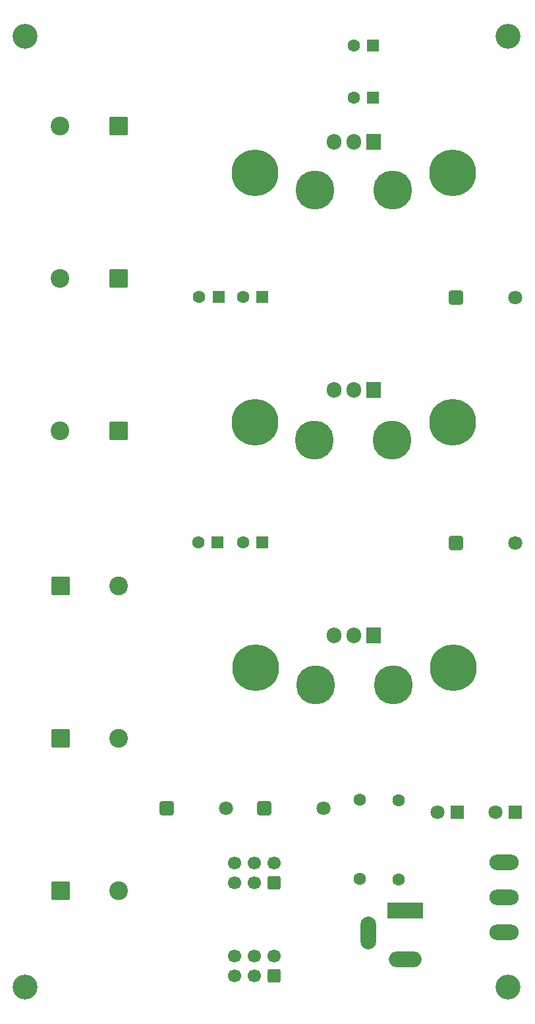
<source format=gbr>
%TF.GenerationSoftware,KiCad,Pcbnew,9.0.6*%
%TF.CreationDate,2026-01-10T14:51:48+11:00*%
%TF.ProjectId,power-supply,706f7765-722d-4737-9570-706c792e6b69,rev?*%
%TF.SameCoordinates,Original*%
%TF.FileFunction,Soldermask,Bot*%
%TF.FilePolarity,Negative*%
%FSLAX46Y46*%
G04 Gerber Fmt 4.6, Leading zero omitted, Abs format (unit mm)*
G04 Created by KiCad (PCBNEW 9.0.6) date 2026-01-10 14:51:48*
%MOMM*%
%LPD*%
G01*
G04 APERTURE LIST*
G04 Aperture macros list*
%AMRoundRect*
0 Rectangle with rounded corners*
0 $1 Rounding radius*
0 $2 $3 $4 $5 $6 $7 $8 $9 X,Y pos of 4 corners*
0 Add a 4 corners polygon primitive as box body*
4,1,4,$2,$3,$4,$5,$6,$7,$8,$9,$2,$3,0*
0 Add four circle primitives for the rounded corners*
1,1,$1+$1,$2,$3*
1,1,$1+$1,$4,$5*
1,1,$1+$1,$6,$7*
1,1,$1+$1,$8,$9*
0 Add four rect primitives between the rounded corners*
20,1,$1+$1,$2,$3,$4,$5,0*
20,1,$1+$1,$4,$5,$6,$7,0*
20,1,$1+$1,$6,$7,$8,$9,0*
20,1,$1+$1,$8,$9,$2,$3,0*%
G04 Aperture macros list end*
%ADD10C,3.200000*%
%ADD11C,6.000000*%
%ADD12RoundRect,0.250000X0.550000X0.550000X-0.550000X0.550000X-0.550000X-0.550000X0.550000X-0.550000X0*%
%ADD13C,1.600000*%
%ADD14RoundRect,0.250001X-0.949999X-0.949999X0.949999X-0.949999X0.949999X0.949999X-0.949999X0.949999X0*%
%ADD15C,2.400000*%
%ADD16RoundRect,0.250000X-0.650000X-0.650000X0.650000X-0.650000X0.650000X0.650000X-0.650000X0.650000X0*%
%ADD17C,1.800000*%
%ADD18R,1.905000X2.000000*%
%ADD19O,1.905000X2.000000*%
%ADD20RoundRect,0.250001X0.949999X0.949999X-0.949999X0.949999X-0.949999X-0.949999X0.949999X-0.949999X0*%
%ADD21C,5.000000*%
%ADD22R,1.800000X1.800000*%
%ADD23RoundRect,0.250000X0.600000X-0.600000X0.600000X0.600000X-0.600000X0.600000X-0.600000X-0.600000X0*%
%ADD24C,1.700000*%
%ADD25R,4.600000X2.000000*%
%ADD26O,4.200000X2.000000*%
%ADD27O,2.000000X4.200000*%
%ADD28O,3.750000X2.000000*%
G04 APERTURE END LIST*
D10*
%TO.C,REF\u002A\u002A*%
X67000000Y-163450000D03*
%TD*%
D11*
%TO.C,H3*%
X121900000Y-59000000D03*
X96500000Y-59000000D03*
%TD*%
D12*
%TO.C,C8*%
X111724588Y-49335628D03*
D13*
X109224588Y-49335628D03*
%TD*%
D12*
%TO.C,C9*%
X97500000Y-74883312D03*
D13*
X95000000Y-74883312D03*
%TD*%
D14*
%TO.C,C3*%
X71522220Y-151050000D03*
D15*
X79022220Y-151050000D03*
%TD*%
D16*
%TO.C,D1*%
X85190000Y-140500000D03*
D17*
X92810000Y-140500000D03*
%TD*%
D12*
%TO.C,C12*%
X97500000Y-106351439D03*
D13*
X95000000Y-106351439D03*
%TD*%
D10*
%TO.C,REF\u002A\u002A*%
X129000000Y-163450000D03*
%TD*%
D13*
%TO.C,R2*%
X115000000Y-139450000D03*
X115000000Y-149610000D03*
%TD*%
D11*
%TO.C,H1*%
X121990958Y-122484117D03*
X96590958Y-122484117D03*
%TD*%
D14*
%TO.C,C2*%
X71522220Y-131500000D03*
D15*
X79022220Y-131500000D03*
%TD*%
D13*
%TO.C,R1*%
X110000000Y-149530000D03*
X110000000Y-139370000D03*
%TD*%
D12*
%TO.C,C7*%
X91838108Y-74863864D03*
D13*
X89338108Y-74863864D03*
%TD*%
D18*
%TO.C,U2*%
X111740000Y-55000000D03*
D19*
X109200000Y-55000000D03*
X106660000Y-55000000D03*
%TD*%
D18*
%TO.C,U1*%
X111735134Y-86831420D03*
D19*
X109195134Y-86831420D03*
X106655134Y-86831420D03*
%TD*%
D12*
%TO.C,C11*%
X91731261Y-106345150D03*
D13*
X89231261Y-106345150D03*
%TD*%
D20*
%TO.C,C5*%
X79000000Y-72500000D03*
D15*
X71500000Y-72500000D03*
%TD*%
D12*
%TO.C,C10*%
X111724588Y-42606633D03*
D13*
X109224588Y-42606633D03*
%TD*%
D16*
%TO.C,D2*%
X97690000Y-140500000D03*
D17*
X105310000Y-140500000D03*
%TD*%
D21*
%TO.C,H4*%
X104205773Y-61202633D03*
X114205773Y-61202633D03*
%TD*%
D10*
%TO.C,REF\u002A\u002A*%
X129000000Y-41450000D03*
%TD*%
D21*
%TO.C,H4*%
X104300000Y-124700000D03*
X114300000Y-124700000D03*
%TD*%
%TO.C,H4*%
X104177767Y-93212400D03*
X114177767Y-93212400D03*
%TD*%
D20*
%TO.C,C4*%
X79000000Y-92050000D03*
D15*
X71500000Y-92050000D03*
%TD*%
D16*
%TO.C,D3*%
X122380000Y-75000000D03*
D17*
X130000000Y-75000000D03*
%TD*%
D16*
%TO.C,D6*%
X122380000Y-106500000D03*
D17*
X130000000Y-106500000D03*
%TD*%
D18*
%TO.C,U3*%
X111795148Y-118322034D03*
D19*
X109255148Y-118322034D03*
X106715148Y-118322034D03*
%TD*%
D10*
%TO.C,REF\u002A\u002A*%
X67000000Y-41450000D03*
%TD*%
D11*
%TO.C,H2*%
X121900000Y-91000000D03*
X96500000Y-91000000D03*
%TD*%
D20*
%TO.C,C6*%
X79000000Y-52950000D03*
D15*
X71500000Y-52950000D03*
%TD*%
D14*
%TO.C,C1*%
X71522220Y-111950000D03*
D15*
X79022220Y-111950000D03*
%TD*%
D22*
%TO.C,D5*%
X122500000Y-141000000D03*
D17*
X119960000Y-141000000D03*
%TD*%
D23*
%TO.C,J2*%
X99000000Y-162040000D03*
D24*
X99000000Y-159500000D03*
X96460000Y-162040000D03*
X96460000Y-159500000D03*
X93920000Y-162040000D03*
X93920000Y-159500000D03*
%TD*%
D22*
%TO.C,D4*%
X130000000Y-141000000D03*
D17*
X127460000Y-141000000D03*
%TD*%
D25*
%TO.C,J1*%
X115850000Y-153600000D03*
D26*
X115850000Y-159900000D03*
D27*
X111050000Y-156500000D03*
%TD*%
D23*
%TO.C,J3*%
X99000000Y-150055000D03*
D24*
X99000000Y-147515000D03*
X96460000Y-150055000D03*
X96460000Y-147515000D03*
X93920000Y-150055000D03*
X93920000Y-147515000D03*
%TD*%
D28*
%TO.C,SW1*%
X128500000Y-156450000D03*
X128500000Y-151950000D03*
X128500000Y-147450000D03*
%TD*%
M02*

</source>
